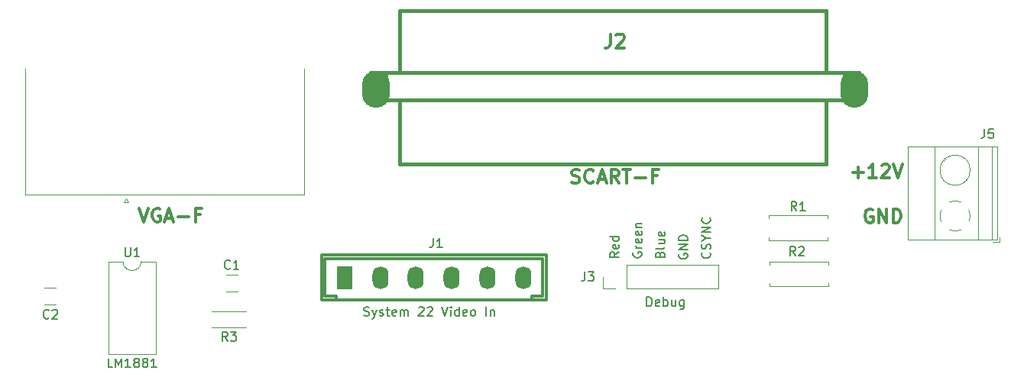
<source format=gbr>
G04 #@! TF.GenerationSoftware,KiCad,Pcbnew,7.0.1*
G04 #@! TF.CreationDate,2023-04-07T16:46:32+02:00*
G04 #@! TF.ProjectId,raveracer,72617665-7261-4636-9572-2e6b69636164,rev?*
G04 #@! TF.SameCoordinates,Original*
G04 #@! TF.FileFunction,Legend,Top*
G04 #@! TF.FilePolarity,Positive*
%FSLAX46Y46*%
G04 Gerber Fmt 4.6, Leading zero omitted, Abs format (unit mm)*
G04 Created by KiCad (PCBNEW 7.0.1) date 2023-04-07 16:46:32*
%MOMM*%
%LPD*%
G01*
G04 APERTURE LIST*
%ADD10C,0.150000*%
%ADD11C,0.300000*%
%ADD12C,0.203200*%
%ADD13C,0.304800*%
%ADD14C,0.120000*%
%ADD15C,0.381000*%
%ADD16R,1.778000X2.540000*%
%ADD17O,1.778000X2.540000*%
%ADD18O,3.100000X4.100000*%
G04 APERTURE END LIST*
D10*
X169662260Y-102039904D02*
X169614641Y-102135142D01*
X169614641Y-102135142D02*
X169614641Y-102277999D01*
X169614641Y-102277999D02*
X169662260Y-102420856D01*
X169662260Y-102420856D02*
X169757498Y-102516094D01*
X169757498Y-102516094D02*
X169852736Y-102563713D01*
X169852736Y-102563713D02*
X170043212Y-102611332D01*
X170043212Y-102611332D02*
X170186069Y-102611332D01*
X170186069Y-102611332D02*
X170376545Y-102563713D01*
X170376545Y-102563713D02*
X170471783Y-102516094D01*
X170471783Y-102516094D02*
X170567022Y-102420856D01*
X170567022Y-102420856D02*
X170614641Y-102277999D01*
X170614641Y-102277999D02*
X170614641Y-102182761D01*
X170614641Y-102182761D02*
X170567022Y-102039904D01*
X170567022Y-102039904D02*
X170519402Y-101992285D01*
X170519402Y-101992285D02*
X170186069Y-101992285D01*
X170186069Y-101992285D02*
X170186069Y-102182761D01*
X170614641Y-101563713D02*
X169614641Y-101563713D01*
X169614641Y-101563713D02*
X170614641Y-100992285D01*
X170614641Y-100992285D02*
X169614641Y-100992285D01*
X170614641Y-100516094D02*
X169614641Y-100516094D01*
X169614641Y-100516094D02*
X169614641Y-100277999D01*
X169614641Y-100277999D02*
X169662260Y-100135142D01*
X169662260Y-100135142D02*
X169757498Y-100039904D01*
X169757498Y-100039904D02*
X169852736Y-99992285D01*
X169852736Y-99992285D02*
X170043212Y-99944666D01*
X170043212Y-99944666D02*
X170186069Y-99944666D01*
X170186069Y-99944666D02*
X170376545Y-99992285D01*
X170376545Y-99992285D02*
X170471783Y-100039904D01*
X170471783Y-100039904D02*
X170567022Y-100135142D01*
X170567022Y-100135142D02*
X170614641Y-100277999D01*
X170614641Y-100277999D02*
X170614641Y-100516094D01*
X164582260Y-101873143D02*
X164534641Y-101968381D01*
X164534641Y-101968381D02*
X164534641Y-102111238D01*
X164534641Y-102111238D02*
X164582260Y-102254095D01*
X164582260Y-102254095D02*
X164677498Y-102349333D01*
X164677498Y-102349333D02*
X164772736Y-102396952D01*
X164772736Y-102396952D02*
X164963212Y-102444571D01*
X164963212Y-102444571D02*
X165106069Y-102444571D01*
X165106069Y-102444571D02*
X165296545Y-102396952D01*
X165296545Y-102396952D02*
X165391783Y-102349333D01*
X165391783Y-102349333D02*
X165487022Y-102254095D01*
X165487022Y-102254095D02*
X165534641Y-102111238D01*
X165534641Y-102111238D02*
X165534641Y-102016000D01*
X165534641Y-102016000D02*
X165487022Y-101873143D01*
X165487022Y-101873143D02*
X165439402Y-101825524D01*
X165439402Y-101825524D02*
X165106069Y-101825524D01*
X165106069Y-101825524D02*
X165106069Y-102016000D01*
X165534641Y-101396952D02*
X164867974Y-101396952D01*
X165058450Y-101396952D02*
X164963212Y-101349333D01*
X164963212Y-101349333D02*
X164915593Y-101301714D01*
X164915593Y-101301714D02*
X164867974Y-101206476D01*
X164867974Y-101206476D02*
X164867974Y-101111238D01*
X165487022Y-100396952D02*
X165534641Y-100492190D01*
X165534641Y-100492190D02*
X165534641Y-100682666D01*
X165534641Y-100682666D02*
X165487022Y-100777904D01*
X165487022Y-100777904D02*
X165391783Y-100825523D01*
X165391783Y-100825523D02*
X165010831Y-100825523D01*
X165010831Y-100825523D02*
X164915593Y-100777904D01*
X164915593Y-100777904D02*
X164867974Y-100682666D01*
X164867974Y-100682666D02*
X164867974Y-100492190D01*
X164867974Y-100492190D02*
X164915593Y-100396952D01*
X164915593Y-100396952D02*
X165010831Y-100349333D01*
X165010831Y-100349333D02*
X165106069Y-100349333D01*
X165106069Y-100349333D02*
X165201307Y-100825523D01*
X165487022Y-99539809D02*
X165534641Y-99635047D01*
X165534641Y-99635047D02*
X165534641Y-99825523D01*
X165534641Y-99825523D02*
X165487022Y-99920761D01*
X165487022Y-99920761D02*
X165391783Y-99968380D01*
X165391783Y-99968380D02*
X165010831Y-99968380D01*
X165010831Y-99968380D02*
X164915593Y-99920761D01*
X164915593Y-99920761D02*
X164867974Y-99825523D01*
X164867974Y-99825523D02*
X164867974Y-99635047D01*
X164867974Y-99635047D02*
X164915593Y-99539809D01*
X164915593Y-99539809D02*
X165010831Y-99492190D01*
X165010831Y-99492190D02*
X165106069Y-99492190D01*
X165106069Y-99492190D02*
X165201307Y-99968380D01*
X164867974Y-99063618D02*
X165534641Y-99063618D01*
X164963212Y-99063618D02*
X164915593Y-99015999D01*
X164915593Y-99015999D02*
X164867974Y-98920761D01*
X164867974Y-98920761D02*
X164867974Y-98777904D01*
X164867974Y-98777904D02*
X164915593Y-98682666D01*
X164915593Y-98682666D02*
X165010831Y-98635047D01*
X165010831Y-98635047D02*
X165534641Y-98635047D01*
X134747904Y-108873000D02*
X134890761Y-108920619D01*
X134890761Y-108920619D02*
X135128856Y-108920619D01*
X135128856Y-108920619D02*
X135224094Y-108873000D01*
X135224094Y-108873000D02*
X135271713Y-108825380D01*
X135271713Y-108825380D02*
X135319332Y-108730142D01*
X135319332Y-108730142D02*
X135319332Y-108634904D01*
X135319332Y-108634904D02*
X135271713Y-108539666D01*
X135271713Y-108539666D02*
X135224094Y-108492047D01*
X135224094Y-108492047D02*
X135128856Y-108444428D01*
X135128856Y-108444428D02*
X134938380Y-108396809D01*
X134938380Y-108396809D02*
X134843142Y-108349190D01*
X134843142Y-108349190D02*
X134795523Y-108301571D01*
X134795523Y-108301571D02*
X134747904Y-108206333D01*
X134747904Y-108206333D02*
X134747904Y-108111095D01*
X134747904Y-108111095D02*
X134795523Y-108015857D01*
X134795523Y-108015857D02*
X134843142Y-107968238D01*
X134843142Y-107968238D02*
X134938380Y-107920619D01*
X134938380Y-107920619D02*
X135176475Y-107920619D01*
X135176475Y-107920619D02*
X135319332Y-107968238D01*
X135652666Y-108253952D02*
X135890761Y-108920619D01*
X136128856Y-108253952D02*
X135890761Y-108920619D01*
X135890761Y-108920619D02*
X135795523Y-109158714D01*
X135795523Y-109158714D02*
X135747904Y-109206333D01*
X135747904Y-109206333D02*
X135652666Y-109253952D01*
X136462190Y-108873000D02*
X136557428Y-108920619D01*
X136557428Y-108920619D02*
X136747904Y-108920619D01*
X136747904Y-108920619D02*
X136843142Y-108873000D01*
X136843142Y-108873000D02*
X136890761Y-108777761D01*
X136890761Y-108777761D02*
X136890761Y-108730142D01*
X136890761Y-108730142D02*
X136843142Y-108634904D01*
X136843142Y-108634904D02*
X136747904Y-108587285D01*
X136747904Y-108587285D02*
X136605047Y-108587285D01*
X136605047Y-108587285D02*
X136509809Y-108539666D01*
X136509809Y-108539666D02*
X136462190Y-108444428D01*
X136462190Y-108444428D02*
X136462190Y-108396809D01*
X136462190Y-108396809D02*
X136509809Y-108301571D01*
X136509809Y-108301571D02*
X136605047Y-108253952D01*
X136605047Y-108253952D02*
X136747904Y-108253952D01*
X136747904Y-108253952D02*
X136843142Y-108301571D01*
X137176476Y-108253952D02*
X137557428Y-108253952D01*
X137319333Y-107920619D02*
X137319333Y-108777761D01*
X137319333Y-108777761D02*
X137366952Y-108873000D01*
X137366952Y-108873000D02*
X137462190Y-108920619D01*
X137462190Y-108920619D02*
X137557428Y-108920619D01*
X138271714Y-108873000D02*
X138176476Y-108920619D01*
X138176476Y-108920619D02*
X137986000Y-108920619D01*
X137986000Y-108920619D02*
X137890762Y-108873000D01*
X137890762Y-108873000D02*
X137843143Y-108777761D01*
X137843143Y-108777761D02*
X137843143Y-108396809D01*
X137843143Y-108396809D02*
X137890762Y-108301571D01*
X137890762Y-108301571D02*
X137986000Y-108253952D01*
X137986000Y-108253952D02*
X138176476Y-108253952D01*
X138176476Y-108253952D02*
X138271714Y-108301571D01*
X138271714Y-108301571D02*
X138319333Y-108396809D01*
X138319333Y-108396809D02*
X138319333Y-108492047D01*
X138319333Y-108492047D02*
X137843143Y-108587285D01*
X138747905Y-108920619D02*
X138747905Y-108253952D01*
X138747905Y-108349190D02*
X138795524Y-108301571D01*
X138795524Y-108301571D02*
X138890762Y-108253952D01*
X138890762Y-108253952D02*
X139033619Y-108253952D01*
X139033619Y-108253952D02*
X139128857Y-108301571D01*
X139128857Y-108301571D02*
X139176476Y-108396809D01*
X139176476Y-108396809D02*
X139176476Y-108920619D01*
X139176476Y-108396809D02*
X139224095Y-108301571D01*
X139224095Y-108301571D02*
X139319333Y-108253952D01*
X139319333Y-108253952D02*
X139462190Y-108253952D01*
X139462190Y-108253952D02*
X139557429Y-108301571D01*
X139557429Y-108301571D02*
X139605048Y-108396809D01*
X139605048Y-108396809D02*
X139605048Y-108920619D01*
X140795524Y-108015857D02*
X140843143Y-107968238D01*
X140843143Y-107968238D02*
X140938381Y-107920619D01*
X140938381Y-107920619D02*
X141176476Y-107920619D01*
X141176476Y-107920619D02*
X141271714Y-107968238D01*
X141271714Y-107968238D02*
X141319333Y-108015857D01*
X141319333Y-108015857D02*
X141366952Y-108111095D01*
X141366952Y-108111095D02*
X141366952Y-108206333D01*
X141366952Y-108206333D02*
X141319333Y-108349190D01*
X141319333Y-108349190D02*
X140747905Y-108920619D01*
X140747905Y-108920619D02*
X141366952Y-108920619D01*
X141747905Y-108015857D02*
X141795524Y-107968238D01*
X141795524Y-107968238D02*
X141890762Y-107920619D01*
X141890762Y-107920619D02*
X142128857Y-107920619D01*
X142128857Y-107920619D02*
X142224095Y-107968238D01*
X142224095Y-107968238D02*
X142271714Y-108015857D01*
X142271714Y-108015857D02*
X142319333Y-108111095D01*
X142319333Y-108111095D02*
X142319333Y-108206333D01*
X142319333Y-108206333D02*
X142271714Y-108349190D01*
X142271714Y-108349190D02*
X141700286Y-108920619D01*
X141700286Y-108920619D02*
X142319333Y-108920619D01*
X143366953Y-107920619D02*
X143700286Y-108920619D01*
X143700286Y-108920619D02*
X144033619Y-107920619D01*
X144366953Y-108920619D02*
X144366953Y-108253952D01*
X144366953Y-107920619D02*
X144319334Y-107968238D01*
X144319334Y-107968238D02*
X144366953Y-108015857D01*
X144366953Y-108015857D02*
X144414572Y-107968238D01*
X144414572Y-107968238D02*
X144366953Y-107920619D01*
X144366953Y-107920619D02*
X144366953Y-108015857D01*
X145271714Y-108920619D02*
X145271714Y-107920619D01*
X145271714Y-108873000D02*
X145176476Y-108920619D01*
X145176476Y-108920619D02*
X144986000Y-108920619D01*
X144986000Y-108920619D02*
X144890762Y-108873000D01*
X144890762Y-108873000D02*
X144843143Y-108825380D01*
X144843143Y-108825380D02*
X144795524Y-108730142D01*
X144795524Y-108730142D02*
X144795524Y-108444428D01*
X144795524Y-108444428D02*
X144843143Y-108349190D01*
X144843143Y-108349190D02*
X144890762Y-108301571D01*
X144890762Y-108301571D02*
X144986000Y-108253952D01*
X144986000Y-108253952D02*
X145176476Y-108253952D01*
X145176476Y-108253952D02*
X145271714Y-108301571D01*
X146128857Y-108873000D02*
X146033619Y-108920619D01*
X146033619Y-108920619D02*
X145843143Y-108920619D01*
X145843143Y-108920619D02*
X145747905Y-108873000D01*
X145747905Y-108873000D02*
X145700286Y-108777761D01*
X145700286Y-108777761D02*
X145700286Y-108396809D01*
X145700286Y-108396809D02*
X145747905Y-108301571D01*
X145747905Y-108301571D02*
X145843143Y-108253952D01*
X145843143Y-108253952D02*
X146033619Y-108253952D01*
X146033619Y-108253952D02*
X146128857Y-108301571D01*
X146128857Y-108301571D02*
X146176476Y-108396809D01*
X146176476Y-108396809D02*
X146176476Y-108492047D01*
X146176476Y-108492047D02*
X145700286Y-108587285D01*
X146747905Y-108920619D02*
X146652667Y-108873000D01*
X146652667Y-108873000D02*
X146605048Y-108825380D01*
X146605048Y-108825380D02*
X146557429Y-108730142D01*
X146557429Y-108730142D02*
X146557429Y-108444428D01*
X146557429Y-108444428D02*
X146605048Y-108349190D01*
X146605048Y-108349190D02*
X146652667Y-108301571D01*
X146652667Y-108301571D02*
X146747905Y-108253952D01*
X146747905Y-108253952D02*
X146890762Y-108253952D01*
X146890762Y-108253952D02*
X146986000Y-108301571D01*
X146986000Y-108301571D02*
X147033619Y-108349190D01*
X147033619Y-108349190D02*
X147081238Y-108444428D01*
X147081238Y-108444428D02*
X147081238Y-108730142D01*
X147081238Y-108730142D02*
X147033619Y-108825380D01*
X147033619Y-108825380D02*
X146986000Y-108873000D01*
X146986000Y-108873000D02*
X146890762Y-108920619D01*
X146890762Y-108920619D02*
X146747905Y-108920619D01*
X148271715Y-108920619D02*
X148271715Y-107920619D01*
X148747905Y-108253952D02*
X148747905Y-108920619D01*
X148747905Y-108349190D02*
X148795524Y-108301571D01*
X148795524Y-108301571D02*
X148890762Y-108253952D01*
X148890762Y-108253952D02*
X149033619Y-108253952D01*
X149033619Y-108253952D02*
X149128857Y-108301571D01*
X149128857Y-108301571D02*
X149176476Y-108396809D01*
X149176476Y-108396809D02*
X149176476Y-108920619D01*
X173059402Y-101881047D02*
X173107022Y-101928666D01*
X173107022Y-101928666D02*
X173154641Y-102071523D01*
X173154641Y-102071523D02*
X173154641Y-102166761D01*
X173154641Y-102166761D02*
X173107022Y-102309618D01*
X173107022Y-102309618D02*
X173011783Y-102404856D01*
X173011783Y-102404856D02*
X172916545Y-102452475D01*
X172916545Y-102452475D02*
X172726069Y-102500094D01*
X172726069Y-102500094D02*
X172583212Y-102500094D01*
X172583212Y-102500094D02*
X172392736Y-102452475D01*
X172392736Y-102452475D02*
X172297498Y-102404856D01*
X172297498Y-102404856D02*
X172202260Y-102309618D01*
X172202260Y-102309618D02*
X172154641Y-102166761D01*
X172154641Y-102166761D02*
X172154641Y-102071523D01*
X172154641Y-102071523D02*
X172202260Y-101928666D01*
X172202260Y-101928666D02*
X172249879Y-101881047D01*
X173107022Y-101500094D02*
X173154641Y-101357237D01*
X173154641Y-101357237D02*
X173154641Y-101119142D01*
X173154641Y-101119142D02*
X173107022Y-101023904D01*
X173107022Y-101023904D02*
X173059402Y-100976285D01*
X173059402Y-100976285D02*
X172964164Y-100928666D01*
X172964164Y-100928666D02*
X172868926Y-100928666D01*
X172868926Y-100928666D02*
X172773688Y-100976285D01*
X172773688Y-100976285D02*
X172726069Y-101023904D01*
X172726069Y-101023904D02*
X172678450Y-101119142D01*
X172678450Y-101119142D02*
X172630831Y-101309618D01*
X172630831Y-101309618D02*
X172583212Y-101404856D01*
X172583212Y-101404856D02*
X172535593Y-101452475D01*
X172535593Y-101452475D02*
X172440355Y-101500094D01*
X172440355Y-101500094D02*
X172345117Y-101500094D01*
X172345117Y-101500094D02*
X172249879Y-101452475D01*
X172249879Y-101452475D02*
X172202260Y-101404856D01*
X172202260Y-101404856D02*
X172154641Y-101309618D01*
X172154641Y-101309618D02*
X172154641Y-101071523D01*
X172154641Y-101071523D02*
X172202260Y-100928666D01*
X172678450Y-100309618D02*
X173154641Y-100309618D01*
X172154641Y-100642951D02*
X172678450Y-100309618D01*
X172678450Y-100309618D02*
X172154641Y-99976285D01*
X173154641Y-99642951D02*
X172154641Y-99642951D01*
X172154641Y-99642951D02*
X173154641Y-99071523D01*
X173154641Y-99071523D02*
X172154641Y-99071523D01*
X173059402Y-98023904D02*
X173107022Y-98071523D01*
X173107022Y-98071523D02*
X173154641Y-98214380D01*
X173154641Y-98214380D02*
X173154641Y-98309618D01*
X173154641Y-98309618D02*
X173107022Y-98452475D01*
X173107022Y-98452475D02*
X173011783Y-98547713D01*
X173011783Y-98547713D02*
X172916545Y-98595332D01*
X172916545Y-98595332D02*
X172726069Y-98642951D01*
X172726069Y-98642951D02*
X172583212Y-98642951D01*
X172583212Y-98642951D02*
X172392736Y-98595332D01*
X172392736Y-98595332D02*
X172297498Y-98547713D01*
X172297498Y-98547713D02*
X172202260Y-98452475D01*
X172202260Y-98452475D02*
X172154641Y-98309618D01*
X172154641Y-98309618D02*
X172154641Y-98214380D01*
X172154641Y-98214380D02*
X172202260Y-98071523D01*
X172202260Y-98071523D02*
X172249879Y-98023904D01*
X167550831Y-102095428D02*
X167598450Y-101952571D01*
X167598450Y-101952571D02*
X167646069Y-101904952D01*
X167646069Y-101904952D02*
X167741307Y-101857333D01*
X167741307Y-101857333D02*
X167884164Y-101857333D01*
X167884164Y-101857333D02*
X167979402Y-101904952D01*
X167979402Y-101904952D02*
X168027022Y-101952571D01*
X168027022Y-101952571D02*
X168074641Y-102047809D01*
X168074641Y-102047809D02*
X168074641Y-102428761D01*
X168074641Y-102428761D02*
X167074641Y-102428761D01*
X167074641Y-102428761D02*
X167074641Y-102095428D01*
X167074641Y-102095428D02*
X167122260Y-102000190D01*
X167122260Y-102000190D02*
X167169879Y-101952571D01*
X167169879Y-101952571D02*
X167265117Y-101904952D01*
X167265117Y-101904952D02*
X167360355Y-101904952D01*
X167360355Y-101904952D02*
X167455593Y-101952571D01*
X167455593Y-101952571D02*
X167503212Y-102000190D01*
X167503212Y-102000190D02*
X167550831Y-102095428D01*
X167550831Y-102095428D02*
X167550831Y-102428761D01*
X168074641Y-101285904D02*
X168027022Y-101381142D01*
X168027022Y-101381142D02*
X167931783Y-101428761D01*
X167931783Y-101428761D02*
X167074641Y-101428761D01*
X167407974Y-100476380D02*
X168074641Y-100476380D01*
X167407974Y-100904951D02*
X167931783Y-100904951D01*
X167931783Y-100904951D02*
X168027022Y-100857332D01*
X168027022Y-100857332D02*
X168074641Y-100762094D01*
X168074641Y-100762094D02*
X168074641Y-100619237D01*
X168074641Y-100619237D02*
X168027022Y-100523999D01*
X168027022Y-100523999D02*
X167979402Y-100476380D01*
X168027022Y-99619237D02*
X168074641Y-99714475D01*
X168074641Y-99714475D02*
X168074641Y-99904951D01*
X168074641Y-99904951D02*
X168027022Y-100000189D01*
X168027022Y-100000189D02*
X167931783Y-100047808D01*
X167931783Y-100047808D02*
X167550831Y-100047808D01*
X167550831Y-100047808D02*
X167455593Y-100000189D01*
X167455593Y-100000189D02*
X167407974Y-99904951D01*
X167407974Y-99904951D02*
X167407974Y-99714475D01*
X167407974Y-99714475D02*
X167455593Y-99619237D01*
X167455593Y-99619237D02*
X167550831Y-99571618D01*
X167550831Y-99571618D02*
X167646069Y-99571618D01*
X167646069Y-99571618D02*
X167741307Y-100047808D01*
D11*
X188903165Y-92992500D02*
X190046023Y-92992500D01*
X189474594Y-93563928D02*
X189474594Y-92421071D01*
X191546023Y-93563928D02*
X190688880Y-93563928D01*
X191117451Y-93563928D02*
X191117451Y-92063928D01*
X191117451Y-92063928D02*
X190974594Y-92278214D01*
X190974594Y-92278214D02*
X190831737Y-92421071D01*
X190831737Y-92421071D02*
X190688880Y-92492500D01*
X192117451Y-92206785D02*
X192188879Y-92135357D01*
X192188879Y-92135357D02*
X192331737Y-92063928D01*
X192331737Y-92063928D02*
X192688879Y-92063928D01*
X192688879Y-92063928D02*
X192831737Y-92135357D01*
X192831737Y-92135357D02*
X192903165Y-92206785D01*
X192903165Y-92206785D02*
X192974594Y-92349642D01*
X192974594Y-92349642D02*
X192974594Y-92492500D01*
X192974594Y-92492500D02*
X192903165Y-92706785D01*
X192903165Y-92706785D02*
X192046022Y-93563928D01*
X192046022Y-93563928D02*
X192974594Y-93563928D01*
X193403165Y-92063928D02*
X193903165Y-93563928D01*
X193903165Y-93563928D02*
X194403165Y-92063928D01*
X191093165Y-97135357D02*
X190950308Y-97063928D01*
X190950308Y-97063928D02*
X190736022Y-97063928D01*
X190736022Y-97063928D02*
X190521736Y-97135357D01*
X190521736Y-97135357D02*
X190378879Y-97278214D01*
X190378879Y-97278214D02*
X190307450Y-97421071D01*
X190307450Y-97421071D02*
X190236022Y-97706785D01*
X190236022Y-97706785D02*
X190236022Y-97921071D01*
X190236022Y-97921071D02*
X190307450Y-98206785D01*
X190307450Y-98206785D02*
X190378879Y-98349642D01*
X190378879Y-98349642D02*
X190521736Y-98492500D01*
X190521736Y-98492500D02*
X190736022Y-98563928D01*
X190736022Y-98563928D02*
X190878879Y-98563928D01*
X190878879Y-98563928D02*
X191093165Y-98492500D01*
X191093165Y-98492500D02*
X191164593Y-98421071D01*
X191164593Y-98421071D02*
X191164593Y-97921071D01*
X191164593Y-97921071D02*
X190878879Y-97921071D01*
X191807450Y-98563928D02*
X191807450Y-97063928D01*
X191807450Y-97063928D02*
X192664593Y-98563928D01*
X192664593Y-98563928D02*
X192664593Y-97063928D01*
X193378879Y-98563928D02*
X193378879Y-97063928D01*
X193378879Y-97063928D02*
X193736022Y-97063928D01*
X193736022Y-97063928D02*
X193950308Y-97135357D01*
X193950308Y-97135357D02*
X194093165Y-97278214D01*
X194093165Y-97278214D02*
X194164594Y-97421071D01*
X194164594Y-97421071D02*
X194236022Y-97706785D01*
X194236022Y-97706785D02*
X194236022Y-97921071D01*
X194236022Y-97921071D02*
X194164594Y-98206785D01*
X194164594Y-98206785D02*
X194093165Y-98349642D01*
X194093165Y-98349642D02*
X193950308Y-98492500D01*
X193950308Y-98492500D02*
X193736022Y-98563928D01*
X193736022Y-98563928D02*
X193378879Y-98563928D01*
D10*
X162994641Y-101849428D02*
X162518450Y-102182761D01*
X162994641Y-102420856D02*
X161994641Y-102420856D01*
X161994641Y-102420856D02*
X161994641Y-102039904D01*
X161994641Y-102039904D02*
X162042260Y-101944666D01*
X162042260Y-101944666D02*
X162089879Y-101897047D01*
X162089879Y-101897047D02*
X162185117Y-101849428D01*
X162185117Y-101849428D02*
X162327974Y-101849428D01*
X162327974Y-101849428D02*
X162423212Y-101897047D01*
X162423212Y-101897047D02*
X162470831Y-101944666D01*
X162470831Y-101944666D02*
X162518450Y-102039904D01*
X162518450Y-102039904D02*
X162518450Y-102420856D01*
X162947022Y-101039904D02*
X162994641Y-101135142D01*
X162994641Y-101135142D02*
X162994641Y-101325618D01*
X162994641Y-101325618D02*
X162947022Y-101420856D01*
X162947022Y-101420856D02*
X162851783Y-101468475D01*
X162851783Y-101468475D02*
X162470831Y-101468475D01*
X162470831Y-101468475D02*
X162375593Y-101420856D01*
X162375593Y-101420856D02*
X162327974Y-101325618D01*
X162327974Y-101325618D02*
X162327974Y-101135142D01*
X162327974Y-101135142D02*
X162375593Y-101039904D01*
X162375593Y-101039904D02*
X162470831Y-100992285D01*
X162470831Y-100992285D02*
X162566069Y-100992285D01*
X162566069Y-100992285D02*
X162661307Y-101468475D01*
X162994641Y-100135142D02*
X161994641Y-100135142D01*
X162947022Y-100135142D02*
X162994641Y-100230380D01*
X162994641Y-100230380D02*
X162994641Y-100420856D01*
X162994641Y-100420856D02*
X162947022Y-100516094D01*
X162947022Y-100516094D02*
X162899402Y-100563713D01*
X162899402Y-100563713D02*
X162804164Y-100611332D01*
X162804164Y-100611332D02*
X162518450Y-100611332D01*
X162518450Y-100611332D02*
X162423212Y-100563713D01*
X162423212Y-100563713D02*
X162375593Y-100516094D01*
X162375593Y-100516094D02*
X162327974Y-100420856D01*
X162327974Y-100420856D02*
X162327974Y-100230380D01*
X162327974Y-100230380D02*
X162375593Y-100135142D01*
D12*
X142409333Y-100292020D02*
X142409333Y-101017735D01*
X142409333Y-101017735D02*
X142360952Y-101162878D01*
X142360952Y-101162878D02*
X142264190Y-101259640D01*
X142264190Y-101259640D02*
X142119047Y-101308020D01*
X142119047Y-101308020D02*
X142022285Y-101308020D01*
X143425333Y-101308020D02*
X142844761Y-101308020D01*
X143135047Y-101308020D02*
X143135047Y-100292020D01*
X143135047Y-100292020D02*
X143038285Y-100437163D01*
X143038285Y-100437163D02*
X142941523Y-100533925D01*
X142941523Y-100533925D02*
X142844761Y-100582306D01*
D10*
X182669355Y-97242619D02*
X182336022Y-96766428D01*
X182097927Y-97242619D02*
X182097927Y-96242619D01*
X182097927Y-96242619D02*
X182478879Y-96242619D01*
X182478879Y-96242619D02*
X182574117Y-96290238D01*
X182574117Y-96290238D02*
X182621736Y-96337857D01*
X182621736Y-96337857D02*
X182669355Y-96433095D01*
X182669355Y-96433095D02*
X182669355Y-96575952D01*
X182669355Y-96575952D02*
X182621736Y-96671190D01*
X182621736Y-96671190D02*
X182574117Y-96718809D01*
X182574117Y-96718809D02*
X182478879Y-96766428D01*
X182478879Y-96766428D02*
X182097927Y-96766428D01*
X183621736Y-97242619D02*
X183050308Y-97242619D01*
X183336022Y-97242619D02*
X183336022Y-96242619D01*
X183336022Y-96242619D02*
X183240784Y-96385476D01*
X183240784Y-96385476D02*
X183145546Y-96480714D01*
X183145546Y-96480714D02*
X183050308Y-96528333D01*
X159198688Y-104042619D02*
X159198688Y-104756904D01*
X159198688Y-104756904D02*
X159151069Y-104899761D01*
X159151069Y-104899761D02*
X159055831Y-104995000D01*
X159055831Y-104995000D02*
X158912974Y-105042619D01*
X158912974Y-105042619D02*
X158817736Y-105042619D01*
X159579641Y-104042619D02*
X160198688Y-104042619D01*
X160198688Y-104042619D02*
X159865355Y-104423571D01*
X159865355Y-104423571D02*
X160008212Y-104423571D01*
X160008212Y-104423571D02*
X160103450Y-104471190D01*
X160103450Y-104471190D02*
X160151069Y-104518809D01*
X160151069Y-104518809D02*
X160198688Y-104614047D01*
X160198688Y-104614047D02*
X160198688Y-104852142D01*
X160198688Y-104852142D02*
X160151069Y-104947380D01*
X160151069Y-104947380D02*
X160103450Y-104995000D01*
X160103450Y-104995000D02*
X160008212Y-105042619D01*
X160008212Y-105042619D02*
X159722498Y-105042619D01*
X159722498Y-105042619D02*
X159627260Y-104995000D01*
X159627260Y-104995000D02*
X159579641Y-104947380D01*
X166072403Y-107836619D02*
X166072403Y-106836619D01*
X166072403Y-106836619D02*
X166310498Y-106836619D01*
X166310498Y-106836619D02*
X166453355Y-106884238D01*
X166453355Y-106884238D02*
X166548593Y-106979476D01*
X166548593Y-106979476D02*
X166596212Y-107074714D01*
X166596212Y-107074714D02*
X166643831Y-107265190D01*
X166643831Y-107265190D02*
X166643831Y-107408047D01*
X166643831Y-107408047D02*
X166596212Y-107598523D01*
X166596212Y-107598523D02*
X166548593Y-107693761D01*
X166548593Y-107693761D02*
X166453355Y-107789000D01*
X166453355Y-107789000D02*
X166310498Y-107836619D01*
X166310498Y-107836619D02*
X166072403Y-107836619D01*
X167453355Y-107789000D02*
X167358117Y-107836619D01*
X167358117Y-107836619D02*
X167167641Y-107836619D01*
X167167641Y-107836619D02*
X167072403Y-107789000D01*
X167072403Y-107789000D02*
X167024784Y-107693761D01*
X167024784Y-107693761D02*
X167024784Y-107312809D01*
X167024784Y-107312809D02*
X167072403Y-107217571D01*
X167072403Y-107217571D02*
X167167641Y-107169952D01*
X167167641Y-107169952D02*
X167358117Y-107169952D01*
X167358117Y-107169952D02*
X167453355Y-107217571D01*
X167453355Y-107217571D02*
X167500974Y-107312809D01*
X167500974Y-107312809D02*
X167500974Y-107408047D01*
X167500974Y-107408047D02*
X167024784Y-107503285D01*
X167929546Y-107836619D02*
X167929546Y-106836619D01*
X167929546Y-107217571D02*
X168024784Y-107169952D01*
X168024784Y-107169952D02*
X168215260Y-107169952D01*
X168215260Y-107169952D02*
X168310498Y-107217571D01*
X168310498Y-107217571D02*
X168358117Y-107265190D01*
X168358117Y-107265190D02*
X168405736Y-107360428D01*
X168405736Y-107360428D02*
X168405736Y-107646142D01*
X168405736Y-107646142D02*
X168358117Y-107741380D01*
X168358117Y-107741380D02*
X168310498Y-107789000D01*
X168310498Y-107789000D02*
X168215260Y-107836619D01*
X168215260Y-107836619D02*
X168024784Y-107836619D01*
X168024784Y-107836619D02*
X167929546Y-107789000D01*
X169262879Y-107169952D02*
X169262879Y-107836619D01*
X168834308Y-107169952D02*
X168834308Y-107693761D01*
X168834308Y-107693761D02*
X168881927Y-107789000D01*
X168881927Y-107789000D02*
X168977165Y-107836619D01*
X168977165Y-107836619D02*
X169120022Y-107836619D01*
X169120022Y-107836619D02*
X169215260Y-107789000D01*
X169215260Y-107789000D02*
X169262879Y-107741380D01*
X170167641Y-107169952D02*
X170167641Y-107979476D01*
X170167641Y-107979476D02*
X170120022Y-108074714D01*
X170120022Y-108074714D02*
X170072403Y-108122333D01*
X170072403Y-108122333D02*
X169977165Y-108169952D01*
X169977165Y-108169952D02*
X169834308Y-108169952D01*
X169834308Y-108169952D02*
X169739070Y-108122333D01*
X170167641Y-107789000D02*
X170072403Y-107836619D01*
X170072403Y-107836619D02*
X169881927Y-107836619D01*
X169881927Y-107836619D02*
X169786689Y-107789000D01*
X169786689Y-107789000D02*
X169739070Y-107741380D01*
X169739070Y-107741380D02*
X169691451Y-107646142D01*
X169691451Y-107646142D02*
X169691451Y-107360428D01*
X169691451Y-107360428D02*
X169739070Y-107265190D01*
X169739070Y-107265190D02*
X169786689Y-107217571D01*
X169786689Y-107217571D02*
X169881927Y-107169952D01*
X169881927Y-107169952D02*
X170072403Y-107169952D01*
X170072403Y-107169952D02*
X170167641Y-107217571D01*
X108284117Y-101342619D02*
X108284117Y-102152142D01*
X108284117Y-102152142D02*
X108331736Y-102247380D01*
X108331736Y-102247380D02*
X108379355Y-102295000D01*
X108379355Y-102295000D02*
X108474593Y-102342619D01*
X108474593Y-102342619D02*
X108665069Y-102342619D01*
X108665069Y-102342619D02*
X108760307Y-102295000D01*
X108760307Y-102295000D02*
X108807926Y-102247380D01*
X108807926Y-102247380D02*
X108855545Y-102152142D01*
X108855545Y-102152142D02*
X108855545Y-101342619D01*
X109855545Y-102342619D02*
X109284117Y-102342619D01*
X109569831Y-102342619D02*
X109569831Y-101342619D01*
X109569831Y-101342619D02*
X109474593Y-101485476D01*
X109474593Y-101485476D02*
X109379355Y-101580714D01*
X109379355Y-101580714D02*
X109284117Y-101628333D01*
X106879355Y-114622619D02*
X106403165Y-114622619D01*
X106403165Y-114622619D02*
X106403165Y-113622619D01*
X107212689Y-114622619D02*
X107212689Y-113622619D01*
X107212689Y-113622619D02*
X107546022Y-114336904D01*
X107546022Y-114336904D02*
X107879355Y-113622619D01*
X107879355Y-113622619D02*
X107879355Y-114622619D01*
X108879355Y-114622619D02*
X108307927Y-114622619D01*
X108593641Y-114622619D02*
X108593641Y-113622619D01*
X108593641Y-113622619D02*
X108498403Y-113765476D01*
X108498403Y-113765476D02*
X108403165Y-113860714D01*
X108403165Y-113860714D02*
X108307927Y-113908333D01*
X109450784Y-114051190D02*
X109355546Y-114003571D01*
X109355546Y-114003571D02*
X109307927Y-113955952D01*
X109307927Y-113955952D02*
X109260308Y-113860714D01*
X109260308Y-113860714D02*
X109260308Y-113813095D01*
X109260308Y-113813095D02*
X109307927Y-113717857D01*
X109307927Y-113717857D02*
X109355546Y-113670238D01*
X109355546Y-113670238D02*
X109450784Y-113622619D01*
X109450784Y-113622619D02*
X109641260Y-113622619D01*
X109641260Y-113622619D02*
X109736498Y-113670238D01*
X109736498Y-113670238D02*
X109784117Y-113717857D01*
X109784117Y-113717857D02*
X109831736Y-113813095D01*
X109831736Y-113813095D02*
X109831736Y-113860714D01*
X109831736Y-113860714D02*
X109784117Y-113955952D01*
X109784117Y-113955952D02*
X109736498Y-114003571D01*
X109736498Y-114003571D02*
X109641260Y-114051190D01*
X109641260Y-114051190D02*
X109450784Y-114051190D01*
X109450784Y-114051190D02*
X109355546Y-114098809D01*
X109355546Y-114098809D02*
X109307927Y-114146428D01*
X109307927Y-114146428D02*
X109260308Y-114241666D01*
X109260308Y-114241666D02*
X109260308Y-114432142D01*
X109260308Y-114432142D02*
X109307927Y-114527380D01*
X109307927Y-114527380D02*
X109355546Y-114575000D01*
X109355546Y-114575000D02*
X109450784Y-114622619D01*
X109450784Y-114622619D02*
X109641260Y-114622619D01*
X109641260Y-114622619D02*
X109736498Y-114575000D01*
X109736498Y-114575000D02*
X109784117Y-114527380D01*
X109784117Y-114527380D02*
X109831736Y-114432142D01*
X109831736Y-114432142D02*
X109831736Y-114241666D01*
X109831736Y-114241666D02*
X109784117Y-114146428D01*
X109784117Y-114146428D02*
X109736498Y-114098809D01*
X109736498Y-114098809D02*
X109641260Y-114051190D01*
X110403165Y-114051190D02*
X110307927Y-114003571D01*
X110307927Y-114003571D02*
X110260308Y-113955952D01*
X110260308Y-113955952D02*
X110212689Y-113860714D01*
X110212689Y-113860714D02*
X110212689Y-113813095D01*
X110212689Y-113813095D02*
X110260308Y-113717857D01*
X110260308Y-113717857D02*
X110307927Y-113670238D01*
X110307927Y-113670238D02*
X110403165Y-113622619D01*
X110403165Y-113622619D02*
X110593641Y-113622619D01*
X110593641Y-113622619D02*
X110688879Y-113670238D01*
X110688879Y-113670238D02*
X110736498Y-113717857D01*
X110736498Y-113717857D02*
X110784117Y-113813095D01*
X110784117Y-113813095D02*
X110784117Y-113860714D01*
X110784117Y-113860714D02*
X110736498Y-113955952D01*
X110736498Y-113955952D02*
X110688879Y-114003571D01*
X110688879Y-114003571D02*
X110593641Y-114051190D01*
X110593641Y-114051190D02*
X110403165Y-114051190D01*
X110403165Y-114051190D02*
X110307927Y-114098809D01*
X110307927Y-114098809D02*
X110260308Y-114146428D01*
X110260308Y-114146428D02*
X110212689Y-114241666D01*
X110212689Y-114241666D02*
X110212689Y-114432142D01*
X110212689Y-114432142D02*
X110260308Y-114527380D01*
X110260308Y-114527380D02*
X110307927Y-114575000D01*
X110307927Y-114575000D02*
X110403165Y-114622619D01*
X110403165Y-114622619D02*
X110593641Y-114622619D01*
X110593641Y-114622619D02*
X110688879Y-114575000D01*
X110688879Y-114575000D02*
X110736498Y-114527380D01*
X110736498Y-114527380D02*
X110784117Y-114432142D01*
X110784117Y-114432142D02*
X110784117Y-114241666D01*
X110784117Y-114241666D02*
X110736498Y-114146428D01*
X110736498Y-114146428D02*
X110688879Y-114098809D01*
X110688879Y-114098809D02*
X110593641Y-114051190D01*
X111736498Y-114622619D02*
X111165070Y-114622619D01*
X111450784Y-114622619D02*
X111450784Y-113622619D01*
X111450784Y-113622619D02*
X111355546Y-113765476D01*
X111355546Y-113765476D02*
X111260308Y-113860714D01*
X111260308Y-113860714D02*
X111165070Y-113908333D01*
X99819355Y-109127380D02*
X99771736Y-109175000D01*
X99771736Y-109175000D02*
X99628879Y-109222619D01*
X99628879Y-109222619D02*
X99533641Y-109222619D01*
X99533641Y-109222619D02*
X99390784Y-109175000D01*
X99390784Y-109175000D02*
X99295546Y-109079761D01*
X99295546Y-109079761D02*
X99247927Y-108984523D01*
X99247927Y-108984523D02*
X99200308Y-108794047D01*
X99200308Y-108794047D02*
X99200308Y-108651190D01*
X99200308Y-108651190D02*
X99247927Y-108460714D01*
X99247927Y-108460714D02*
X99295546Y-108365476D01*
X99295546Y-108365476D02*
X99390784Y-108270238D01*
X99390784Y-108270238D02*
X99533641Y-108222619D01*
X99533641Y-108222619D02*
X99628879Y-108222619D01*
X99628879Y-108222619D02*
X99771736Y-108270238D01*
X99771736Y-108270238D02*
X99819355Y-108317857D01*
X100200308Y-108317857D02*
X100247927Y-108270238D01*
X100247927Y-108270238D02*
X100343165Y-108222619D01*
X100343165Y-108222619D02*
X100581260Y-108222619D01*
X100581260Y-108222619D02*
X100676498Y-108270238D01*
X100676498Y-108270238D02*
X100724117Y-108317857D01*
X100724117Y-108317857D02*
X100771736Y-108413095D01*
X100771736Y-108413095D02*
X100771736Y-108508333D01*
X100771736Y-108508333D02*
X100724117Y-108651190D01*
X100724117Y-108651190D02*
X100152689Y-109222619D01*
X100152689Y-109222619D02*
X100771736Y-109222619D01*
X119919355Y-103627380D02*
X119871736Y-103675000D01*
X119871736Y-103675000D02*
X119728879Y-103722619D01*
X119728879Y-103722619D02*
X119633641Y-103722619D01*
X119633641Y-103722619D02*
X119490784Y-103675000D01*
X119490784Y-103675000D02*
X119395546Y-103579761D01*
X119395546Y-103579761D02*
X119347927Y-103484523D01*
X119347927Y-103484523D02*
X119300308Y-103294047D01*
X119300308Y-103294047D02*
X119300308Y-103151190D01*
X119300308Y-103151190D02*
X119347927Y-102960714D01*
X119347927Y-102960714D02*
X119395546Y-102865476D01*
X119395546Y-102865476D02*
X119490784Y-102770238D01*
X119490784Y-102770238D02*
X119633641Y-102722619D01*
X119633641Y-102722619D02*
X119728879Y-102722619D01*
X119728879Y-102722619D02*
X119871736Y-102770238D01*
X119871736Y-102770238D02*
X119919355Y-102817857D01*
X120871736Y-103722619D02*
X120300308Y-103722619D01*
X120586022Y-103722619D02*
X120586022Y-102722619D01*
X120586022Y-102722619D02*
X120490784Y-102865476D01*
X120490784Y-102865476D02*
X120395546Y-102960714D01*
X120395546Y-102960714D02*
X120300308Y-103008333D01*
X119629355Y-111692619D02*
X119296022Y-111216428D01*
X119057927Y-111692619D02*
X119057927Y-110692619D01*
X119057927Y-110692619D02*
X119438879Y-110692619D01*
X119438879Y-110692619D02*
X119534117Y-110740238D01*
X119534117Y-110740238D02*
X119581736Y-110787857D01*
X119581736Y-110787857D02*
X119629355Y-110883095D01*
X119629355Y-110883095D02*
X119629355Y-111025952D01*
X119629355Y-111025952D02*
X119581736Y-111121190D01*
X119581736Y-111121190D02*
X119534117Y-111168809D01*
X119534117Y-111168809D02*
X119438879Y-111216428D01*
X119438879Y-111216428D02*
X119057927Y-111216428D01*
X119962689Y-110692619D02*
X120581736Y-110692619D01*
X120581736Y-110692619D02*
X120248403Y-111073571D01*
X120248403Y-111073571D02*
X120391260Y-111073571D01*
X120391260Y-111073571D02*
X120486498Y-111121190D01*
X120486498Y-111121190D02*
X120534117Y-111168809D01*
X120534117Y-111168809D02*
X120581736Y-111264047D01*
X120581736Y-111264047D02*
X120581736Y-111502142D01*
X120581736Y-111502142D02*
X120534117Y-111597380D01*
X120534117Y-111597380D02*
X120486498Y-111645000D01*
X120486498Y-111645000D02*
X120391260Y-111692619D01*
X120391260Y-111692619D02*
X120105546Y-111692619D01*
X120105546Y-111692619D02*
X120010308Y-111645000D01*
X120010308Y-111645000D02*
X119962689Y-111597380D01*
X182549355Y-102222619D02*
X182216022Y-101746428D01*
X181977927Y-102222619D02*
X181977927Y-101222619D01*
X181977927Y-101222619D02*
X182358879Y-101222619D01*
X182358879Y-101222619D02*
X182454117Y-101270238D01*
X182454117Y-101270238D02*
X182501736Y-101317857D01*
X182501736Y-101317857D02*
X182549355Y-101413095D01*
X182549355Y-101413095D02*
X182549355Y-101555952D01*
X182549355Y-101555952D02*
X182501736Y-101651190D01*
X182501736Y-101651190D02*
X182454117Y-101698809D01*
X182454117Y-101698809D02*
X182358879Y-101746428D01*
X182358879Y-101746428D02*
X181977927Y-101746428D01*
X182930308Y-101317857D02*
X182977927Y-101270238D01*
X182977927Y-101270238D02*
X183073165Y-101222619D01*
X183073165Y-101222619D02*
X183311260Y-101222619D01*
X183311260Y-101222619D02*
X183406498Y-101270238D01*
X183406498Y-101270238D02*
X183454117Y-101317857D01*
X183454117Y-101317857D02*
X183501736Y-101413095D01*
X183501736Y-101413095D02*
X183501736Y-101508333D01*
X183501736Y-101508333D02*
X183454117Y-101651190D01*
X183454117Y-101651190D02*
X182882689Y-102222619D01*
X182882689Y-102222619D02*
X183501736Y-102222619D01*
X203492688Y-88192619D02*
X203492688Y-88906904D01*
X203492688Y-88906904D02*
X203445069Y-89049761D01*
X203445069Y-89049761D02*
X203349831Y-89145000D01*
X203349831Y-89145000D02*
X203206974Y-89192619D01*
X203206974Y-89192619D02*
X203111736Y-89192619D01*
X204445069Y-88192619D02*
X203968879Y-88192619D01*
X203968879Y-88192619D02*
X203921260Y-88668809D01*
X203921260Y-88668809D02*
X203968879Y-88621190D01*
X203968879Y-88621190D02*
X204064117Y-88573571D01*
X204064117Y-88573571D02*
X204302212Y-88573571D01*
X204302212Y-88573571D02*
X204397450Y-88621190D01*
X204397450Y-88621190D02*
X204445069Y-88668809D01*
X204445069Y-88668809D02*
X204492688Y-88764047D01*
X204492688Y-88764047D02*
X204492688Y-89002142D01*
X204492688Y-89002142D02*
X204445069Y-89097380D01*
X204445069Y-89097380D02*
X204397450Y-89145000D01*
X204397450Y-89145000D02*
X204302212Y-89192619D01*
X204302212Y-89192619D02*
X204064117Y-89192619D01*
X204064117Y-89192619D02*
X203968879Y-89145000D01*
X203968879Y-89145000D02*
X203921260Y-89097380D01*
D13*
X109826307Y-96961031D02*
X110334307Y-98485031D01*
X110334307Y-98485031D02*
X110842307Y-96961031D01*
X112148593Y-97033602D02*
X112003451Y-96961031D01*
X112003451Y-96961031D02*
X111785736Y-96961031D01*
X111785736Y-96961031D02*
X111568022Y-97033602D01*
X111568022Y-97033602D02*
X111422879Y-97178745D01*
X111422879Y-97178745D02*
X111350308Y-97323888D01*
X111350308Y-97323888D02*
X111277736Y-97614174D01*
X111277736Y-97614174D02*
X111277736Y-97831888D01*
X111277736Y-97831888D02*
X111350308Y-98122174D01*
X111350308Y-98122174D02*
X111422879Y-98267317D01*
X111422879Y-98267317D02*
X111568022Y-98412460D01*
X111568022Y-98412460D02*
X111785736Y-98485031D01*
X111785736Y-98485031D02*
X111930879Y-98485031D01*
X111930879Y-98485031D02*
X112148593Y-98412460D01*
X112148593Y-98412460D02*
X112221165Y-98339888D01*
X112221165Y-98339888D02*
X112221165Y-97831888D01*
X112221165Y-97831888D02*
X111930879Y-97831888D01*
X112801736Y-98049602D02*
X113527451Y-98049602D01*
X112656593Y-98485031D02*
X113164593Y-96961031D01*
X113164593Y-96961031D02*
X113672593Y-98485031D01*
X114180594Y-97904460D02*
X115341737Y-97904460D01*
X116575451Y-97686745D02*
X116067451Y-97686745D01*
X116067451Y-98485031D02*
X116067451Y-96961031D01*
X116067451Y-96961031D02*
X116793165Y-96961031D01*
X162035621Y-77645511D02*
X162035621Y-78734082D01*
X162035621Y-78734082D02*
X161963050Y-78951797D01*
X161963050Y-78951797D02*
X161817907Y-79096940D01*
X161817907Y-79096940D02*
X161600193Y-79169511D01*
X161600193Y-79169511D02*
X161455050Y-79169511D01*
X162688764Y-77790654D02*
X162761336Y-77718082D01*
X162761336Y-77718082D02*
X162906479Y-77645511D01*
X162906479Y-77645511D02*
X163269336Y-77645511D01*
X163269336Y-77645511D02*
X163414479Y-77718082D01*
X163414479Y-77718082D02*
X163487050Y-77790654D01*
X163487050Y-77790654D02*
X163559621Y-77935797D01*
X163559621Y-77935797D02*
X163559621Y-78080940D01*
X163559621Y-78080940D02*
X163487050Y-78298654D01*
X163487050Y-78298654D02*
X162616193Y-79169511D01*
X162616193Y-79169511D02*
X163559621Y-79169511D01*
X157753907Y-94103260D02*
X157971622Y-94175831D01*
X157971622Y-94175831D02*
X158334479Y-94175831D01*
X158334479Y-94175831D02*
X158479622Y-94103260D01*
X158479622Y-94103260D02*
X158552193Y-94030688D01*
X158552193Y-94030688D02*
X158624764Y-93885545D01*
X158624764Y-93885545D02*
X158624764Y-93740402D01*
X158624764Y-93740402D02*
X158552193Y-93595260D01*
X158552193Y-93595260D02*
X158479622Y-93522688D01*
X158479622Y-93522688D02*
X158334479Y-93450117D01*
X158334479Y-93450117D02*
X158044193Y-93377545D01*
X158044193Y-93377545D02*
X157899050Y-93304974D01*
X157899050Y-93304974D02*
X157826479Y-93232402D01*
X157826479Y-93232402D02*
X157753907Y-93087260D01*
X157753907Y-93087260D02*
X157753907Y-92942117D01*
X157753907Y-92942117D02*
X157826479Y-92796974D01*
X157826479Y-92796974D02*
X157899050Y-92724402D01*
X157899050Y-92724402D02*
X158044193Y-92651831D01*
X158044193Y-92651831D02*
X158407050Y-92651831D01*
X158407050Y-92651831D02*
X158624764Y-92724402D01*
X160148765Y-94030688D02*
X160076193Y-94103260D01*
X160076193Y-94103260D02*
X159858479Y-94175831D01*
X159858479Y-94175831D02*
X159713336Y-94175831D01*
X159713336Y-94175831D02*
X159495622Y-94103260D01*
X159495622Y-94103260D02*
X159350479Y-93958117D01*
X159350479Y-93958117D02*
X159277908Y-93812974D01*
X159277908Y-93812974D02*
X159205336Y-93522688D01*
X159205336Y-93522688D02*
X159205336Y-93304974D01*
X159205336Y-93304974D02*
X159277908Y-93014688D01*
X159277908Y-93014688D02*
X159350479Y-92869545D01*
X159350479Y-92869545D02*
X159495622Y-92724402D01*
X159495622Y-92724402D02*
X159713336Y-92651831D01*
X159713336Y-92651831D02*
X159858479Y-92651831D01*
X159858479Y-92651831D02*
X160076193Y-92724402D01*
X160076193Y-92724402D02*
X160148765Y-92796974D01*
X160729336Y-93740402D02*
X161455051Y-93740402D01*
X160584193Y-94175831D02*
X161092193Y-92651831D01*
X161092193Y-92651831D02*
X161600193Y-94175831D01*
X162979051Y-94175831D02*
X162471051Y-93450117D01*
X162108194Y-94175831D02*
X162108194Y-92651831D01*
X162108194Y-92651831D02*
X162688765Y-92651831D01*
X162688765Y-92651831D02*
X162833908Y-92724402D01*
X162833908Y-92724402D02*
X162906479Y-92796974D01*
X162906479Y-92796974D02*
X162979051Y-92942117D01*
X162979051Y-92942117D02*
X162979051Y-93159831D01*
X162979051Y-93159831D02*
X162906479Y-93304974D01*
X162906479Y-93304974D02*
X162833908Y-93377545D01*
X162833908Y-93377545D02*
X162688765Y-93450117D01*
X162688765Y-93450117D02*
X162108194Y-93450117D01*
X163414479Y-92651831D02*
X164285337Y-92651831D01*
X163849908Y-94175831D02*
X163849908Y-92651831D01*
X164793337Y-93595260D02*
X165954480Y-93595260D01*
X167188194Y-93377545D02*
X166680194Y-93377545D01*
X166680194Y-94175831D02*
X166680194Y-92651831D01*
X166680194Y-92651831D02*
X167405908Y-92651831D01*
X130037840Y-107147360D02*
X130037840Y-102148640D01*
X130439160Y-102547420D02*
X130439160Y-106748580D01*
X131638040Y-106748580D02*
X130439160Y-106748580D01*
X131638040Y-106748580D02*
X131638040Y-107147360D01*
X137637520Y-102547420D02*
X130439160Y-102547420D01*
X137637520Y-102547420D02*
X140238480Y-102547420D01*
X153337960Y-107147360D02*
X153337960Y-106748580D01*
X154536840Y-102547420D02*
X140238480Y-102547420D01*
X154536840Y-106748580D02*
X153337960Y-106748580D01*
X154536840Y-106748580D02*
X154536840Y-102547420D01*
X154938160Y-102148640D02*
X130037840Y-102148640D01*
X154938160Y-102148640D02*
X154938160Y-107147360D01*
X154938160Y-107147360D02*
X130037840Y-107147360D01*
D14*
X179566022Y-98110000D02*
X179566022Y-97780000D01*
X186106022Y-100520000D02*
X186106022Y-100190000D01*
X179566022Y-100520000D02*
X186106022Y-100520000D01*
X179566022Y-97780000D02*
X186106022Y-97780000D01*
X186106022Y-97780000D02*
X186106022Y-98110000D01*
X179566022Y-100190000D02*
X179566022Y-100520000D01*
X174022022Y-105910000D02*
X174022022Y-103250000D01*
X161202022Y-105910000D02*
X161202022Y-104580000D01*
X163802022Y-105910000D02*
X174022022Y-105910000D01*
X163802022Y-105910000D02*
X163802022Y-103250000D01*
X163802022Y-103250000D02*
X174022022Y-103250000D01*
X162532022Y-105910000D02*
X161202022Y-105910000D01*
X108046022Y-102880000D02*
G75*
G03*
X110046022Y-102880000I1000000J0D01*
G01*
X108046022Y-102880000D02*
X106396022Y-102880000D01*
X111696022Y-113160000D02*
X111696022Y-102880000D01*
X106396022Y-102880000D02*
X106396022Y-113160000D01*
X111696022Y-102880000D02*
X110046022Y-102880000D01*
X106396022Y-113160000D02*
X111696022Y-113160000D01*
X100615022Y-107630000D02*
X99357022Y-107630000D01*
X100615022Y-105790000D02*
X99357022Y-105790000D01*
X119457022Y-104390000D02*
X120715022Y-104390000D01*
X119457022Y-106230000D02*
X120715022Y-106230000D01*
X121716022Y-108390000D02*
X117876022Y-108390000D01*
X121716022Y-110230000D02*
X117876022Y-110230000D01*
X186176022Y-105630000D02*
X179636022Y-105630000D01*
X179636022Y-102890000D02*
X179636022Y-103220000D01*
X186176022Y-103220000D02*
X186176022Y-102890000D01*
X179636022Y-105630000D02*
X179636022Y-105300000D01*
X186176022Y-105300000D02*
X186176022Y-105630000D01*
X186176022Y-102890000D02*
X179636022Y-102890000D01*
X201906022Y-92750000D02*
G75*
G03*
X201906022Y-92750000I-1680000J0D01*
G01*
X198691023Y-97146001D02*
G75*
G03*
X198690596Y-98513042I1534992J-684000D01*
G01*
X201906021Y-97830000D02*
G75*
G03*
X201760777Y-97146682I-1679999J0D01*
G01*
X201761021Y-98514000D02*
G75*
G03*
X201906274Y-97801195I-1535000J683999D01*
G01*
X200910022Y-96295000D02*
G75*
G03*
X199542980Y-96294574I-684000J-1535000D01*
G01*
X199542023Y-99364999D02*
G75*
G03*
X200909064Y-99365426I684000J1534992D01*
G01*
X201249022Y-93977000D02*
X201295022Y-94024000D01*
X202826022Y-100430000D02*
X202826022Y-90150000D01*
X197925022Y-100430000D02*
X197925022Y-90150000D01*
X204386022Y-100670000D02*
X205126022Y-100670000D01*
X194965022Y-100430000D02*
X194965022Y-90150000D01*
X194965022Y-100430000D02*
X204886022Y-100430000D01*
X205126022Y-100670000D02*
X205126022Y-100170000D01*
X198951022Y-91680000D02*
X198987022Y-91715000D01*
X204886022Y-100430000D02*
X204886022Y-90150000D01*
X194965022Y-90150000D02*
X204886022Y-90150000D01*
X199157022Y-91475000D02*
X199203022Y-91522000D01*
X201465022Y-93784000D02*
X201500022Y-93819000D01*
X204326022Y-100430000D02*
X204326022Y-90150000D01*
X97176022Y-95420000D02*
X97176022Y-81530000D01*
X128146022Y-95420000D02*
X97176022Y-95420000D01*
X128146022Y-81530000D02*
X128146022Y-95420000D01*
X108096022Y-96314338D02*
X108346022Y-95881325D01*
X108596022Y-96314338D02*
X108096022Y-96314338D01*
X108346022Y-95881325D02*
X108596022Y-96314338D01*
D15*
X138667622Y-75055800D02*
X138667622Y-81913800D01*
X185911622Y-75055800D02*
X185911622Y-81913800D01*
X135492622Y-84961800D02*
X135492622Y-81913800D01*
X185911622Y-84961800D02*
X185911622Y-92073800D01*
X189594622Y-84961800D02*
X135492622Y-84961800D01*
X185911622Y-75055800D02*
X138667622Y-75055800D01*
X138667622Y-92073800D02*
X138667622Y-84961800D01*
X135492622Y-81913800D02*
X189594622Y-81913800D01*
X185911622Y-92073800D02*
X138667622Y-92073800D01*
X187943622Y-84961800D02*
X187943622Y-81913800D01*
X189594622Y-84961800D02*
X189594622Y-81913800D01*
X137143622Y-84961800D02*
X137143622Y-81913800D01*
D16*
X132588000Y-104648000D03*
D17*
X136548000Y-104648000D03*
X140508000Y-104648000D03*
X144468000Y-104648000D03*
X148428000Y-104648000D03*
X152388000Y-104648000D03*
D18*
X136043802Y-83765460D03*
X189043442Y-83765460D03*
M02*

</source>
